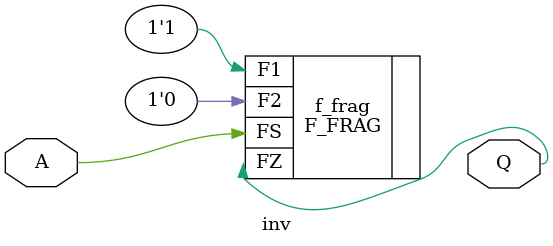
<source format=v>
module inv (
  output Q,
  input A,
);
  // The F-Frag
  F_FRAG f_frag (
  .F1(1'b1),
  .F2(1'b0),
  .FS(A),
  .FZ(Q)
  );
endmodule
</source>
